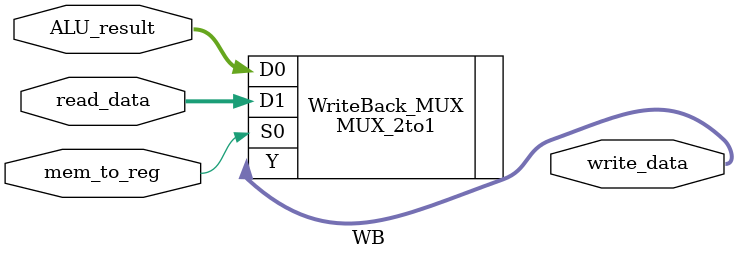
<source format=v>
`timescale 1ns / 1ps

module WB
(
    input wire [7:0] read_data,
    input wire [7:0] ALU_result,
    input wire mem_to_reg,
    output wire [7:0] write_data
);

    MUX_2to1 #(.N(8)) WriteBack_MUX(
        .D0(ALU_result),
        .D1(read_data),
        .S0(mem_to_reg),
        .Y(write_data)
    );
    
endmodule
</source>
